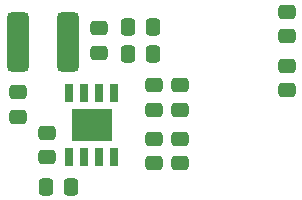
<source format=gbr>
%TF.GenerationSoftware,KiCad,Pcbnew,7.0.10*%
%TF.CreationDate,2024-02-12T04:38:07-05:00*%
%TF.ProjectId,SanBan,53616e42-616e-42e6-9b69-6361645f7063,rev?*%
%TF.SameCoordinates,Original*%
%TF.FileFunction,Paste,Top*%
%TF.FilePolarity,Positive*%
%FSLAX46Y46*%
G04 Gerber Fmt 4.6, Leading zero omitted, Abs format (unit mm)*
G04 Created by KiCad (PCBNEW 7.0.10) date 2024-02-12 04:38:07*
%MOMM*%
%LPD*%
G01*
G04 APERTURE LIST*
G04 Aperture macros list*
%AMRoundRect*
0 Rectangle with rounded corners*
0 $1 Rounding radius*
0 $2 $3 $4 $5 $6 $7 $8 $9 X,Y pos of 4 corners*
0 Add a 4 corners polygon primitive as box body*
4,1,4,$2,$3,$4,$5,$6,$7,$8,$9,$2,$3,0*
0 Add four circle primitives for the rounded corners*
1,1,$1+$1,$2,$3*
1,1,$1+$1,$4,$5*
1,1,$1+$1,$6,$7*
1,1,$1+$1,$8,$9*
0 Add four rect primitives between the rounded corners*
20,1,$1+$1,$2,$3,$4,$5,0*
20,1,$1+$1,$4,$5,$6,$7,0*
20,1,$1+$1,$6,$7,$8,$9,0*
20,1,$1+$1,$8,$9,$2,$3,0*%
G04 Aperture macros list end*
%ADD10R,3.350000X2.710000*%
%ADD11R,0.650000X1.500000*%
%ADD12RoundRect,0.250000X0.475000X-0.337500X0.475000X0.337500X-0.475000X0.337500X-0.475000X-0.337500X0*%
%ADD13RoundRect,0.250000X0.337500X0.475000X-0.337500X0.475000X-0.337500X-0.475000X0.337500X-0.475000X0*%
%ADD14RoundRect,0.250000X-0.475000X0.337500X-0.475000X-0.337500X0.475000X-0.337500X0.475000X0.337500X0*%
%ADD15RoundRect,0.475000X0.475000X2.075000X-0.475000X2.075000X-0.475000X-2.075000X0.475000X-2.075000X0*%
%ADD16RoundRect,0.250000X-0.337500X-0.475000X0.337500X-0.475000X0.337500X0.475000X-0.337500X0.475000X0*%
G04 APERTURE END LIST*
D10*
%TO.C,IC1*%
X168705000Y-80195000D03*
D11*
X166800000Y-77495000D03*
X168070000Y-77495000D03*
X169340000Y-77495000D03*
X170610000Y-77495000D03*
X170610000Y-82895000D03*
X169340000Y-82895000D03*
X168070000Y-82895000D03*
X166800000Y-82895000D03*
%TD*%
D12*
%TO.C,R1*%
X173955000Y-81370000D03*
X173955000Y-83445000D03*
%TD*%
D13*
%TO.C,C4*%
X173867500Y-71945000D03*
X171792500Y-71945000D03*
%TD*%
D12*
%TO.C,R6*%
X185205000Y-75195000D03*
X185205000Y-77270000D03*
%TD*%
D14*
%TO.C,R2*%
X176205000Y-78945000D03*
X176205000Y-76870000D03*
%TD*%
%TO.C,C3*%
X176205000Y-83445000D03*
X176205000Y-81370000D03*
%TD*%
%TO.C,R3*%
X173955000Y-78945000D03*
X173955000Y-76870000D03*
%TD*%
%TO.C,C1*%
X162455000Y-77445000D03*
X162455000Y-79520000D03*
%TD*%
D12*
%TO.C,C2*%
X164955000Y-82945000D03*
X164955000Y-80870000D03*
%TD*%
D15*
%TO.C,L1*%
X162505000Y-73195000D03*
X166705000Y-73195000D03*
%TD*%
D13*
%TO.C,C5*%
X173867500Y-74195000D03*
X171792500Y-74195000D03*
%TD*%
D12*
%TO.C,R7*%
X185205000Y-70620000D03*
X185205000Y-72695000D03*
%TD*%
D16*
%TO.C,C6*%
X164880000Y-85445000D03*
X166955000Y-85445000D03*
%TD*%
D12*
%TO.C,R4*%
X169367500Y-74107500D03*
X169367500Y-72032500D03*
%TD*%
M02*

</source>
